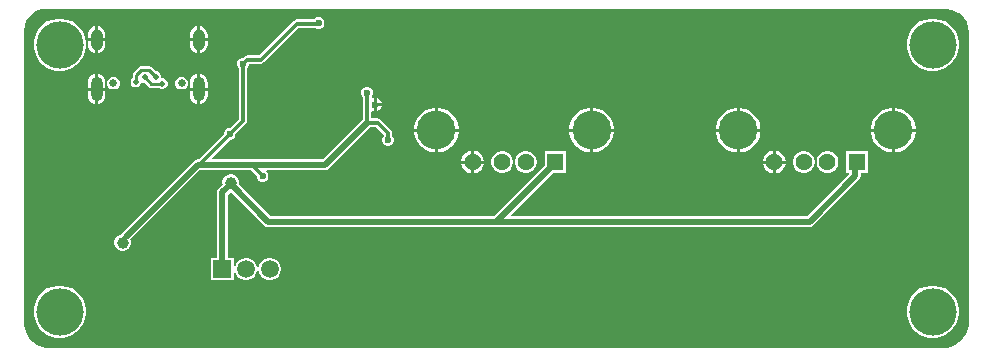
<source format=gbl>
G04*
G04 #@! TF.GenerationSoftware,Altium Limited,Altium Designer,23.5.1 (21)*
G04*
G04 Layer_Physical_Order=2*
G04 Layer_Color=16711680*
%FSLAX44Y44*%
%MOMM*%
G71*
G04*
G04 #@! TF.SameCoordinates,10AFCB3B-55C8-42C2-B7EA-D5DD10926C34*
G04*
G04*
G04 #@! TF.FilePolarity,Positive*
G04*
G01*
G75*
%ADD13C,0.2540*%
%ADD50C,0.6500*%
G04:AMPARAMS|DCode=51|XSize=1mm|YSize=2.1mm|CornerRadius=0.5mm|HoleSize=0mm|Usage=FLASHONLY|Rotation=180.000|XOffset=0mm|YOffset=0mm|HoleType=Round|Shape=RoundedRectangle|*
%AMROUNDEDRECTD51*
21,1,1.0000,1.1000,0,0,180.0*
21,1,0.0000,2.1000,0,0,180.0*
1,1,1.0000,0.0000,0.5500*
1,1,1.0000,0.0000,0.5500*
1,1,1.0000,0.0000,-0.5500*
1,1,1.0000,0.0000,-0.5500*
%
%ADD51ROUNDEDRECTD51*%
G04:AMPARAMS|DCode=52|XSize=1mm|YSize=1.8mm|CornerRadius=0.5mm|HoleSize=0mm|Usage=FLASHONLY|Rotation=180.000|XOffset=0mm|YOffset=0mm|HoleType=Round|Shape=RoundedRectangle|*
%AMROUNDEDRECTD52*
21,1,1.0000,0.8000,0,0,180.0*
21,1,0.0000,1.8000,0,0,180.0*
1,1,1.0000,0.0000,0.4000*
1,1,1.0000,0.0000,0.4000*
1,1,1.0000,0.0000,-0.4000*
1,1,1.0000,0.0000,-0.4000*
%
%ADD52ROUNDEDRECTD52*%
%ADD57C,0.5000*%
%ADD58C,0.3000*%
%ADD64R,1.4280X1.4280*%
%ADD65C,1.4280*%
%ADD66C,3.2760*%
%ADD67C,1.5000*%
%ADD68R,1.5000X1.5000*%
%ADD69C,4.0000*%
%ADD70C,0.6000*%
%ADD71C,1.0000*%
%ADD72C,0.5000*%
G36*
X974090Y1273810D02*
X976179Y1273770D01*
X980261Y1272876D01*
X984091Y1271204D01*
X987520Y1268816D01*
X990418Y1265805D01*
X992673Y1262287D01*
X994198Y1258396D01*
X994934Y1254283D01*
X994894Y1252194D01*
X994894Y1252194D01*
X994894Y1252194D01*
X994410Y1008380D01*
X994410Y1006254D01*
X993580Y1002082D01*
X991953Y998153D01*
X989590Y994617D01*
X986583Y991610D01*
X983047Y989247D01*
X979118Y987619D01*
X974946Y986790D01*
X972820Y986790D01*
X215900D01*
X213773Y986790D01*
X209602Y987620D01*
X205673Y989247D01*
X202137Y991610D01*
X199130Y994617D01*
X196767Y998153D01*
X195140Y1002082D01*
X194310Y1006254D01*
X194310Y1008380D01*
Y1253490D01*
Y1255491D01*
X195091Y1259417D01*
X196623Y1263115D01*
X198846Y1266443D01*
X201677Y1269273D01*
X205005Y1271497D01*
X208703Y1273029D01*
X212629Y1273810D01*
X214630D01*
X974090Y1273810D01*
D02*
G37*
%LPC*%
G36*
X445025Y1266220D02*
X443035D01*
X441198Y1265459D01*
X440347Y1264608D01*
X425379D01*
X424014Y1264336D01*
X422856Y1263563D01*
X393492Y1234199D01*
X383710D01*
X382344Y1233927D01*
X381187Y1233153D01*
X380043Y1232010D01*
X379095D01*
X377258Y1231249D01*
X375851Y1229842D01*
X375090Y1228005D01*
Y1226015D01*
X375851Y1224178D01*
X376521Y1223508D01*
Y1180228D01*
X368613Y1172320D01*
X367665D01*
X365828Y1171559D01*
X364421Y1170152D01*
X363660Y1168315D01*
Y1167367D01*
X342497Y1146204D01*
X342350Y1146175D01*
X341630Y1146318D01*
X339874Y1145969D01*
X338386Y1144974D01*
X277333Y1083922D01*
X276358Y1082462D01*
X275428Y1082213D01*
X273832Y1081291D01*
X272529Y1079988D01*
X271607Y1078392D01*
X271130Y1076612D01*
Y1074768D01*
X271607Y1072988D01*
X272529Y1071392D01*
X273832Y1070089D01*
X275428Y1069167D01*
X277208Y1068690D01*
X279052D01*
X280832Y1069167D01*
X282428Y1070089D01*
X283731Y1071392D01*
X284653Y1072988D01*
X285130Y1074768D01*
Y1076612D01*
X284680Y1078291D01*
X343531Y1137142D01*
X386503D01*
X391600Y1132045D01*
Y1130766D01*
X392361Y1128928D01*
X393768Y1127521D01*
X395605Y1126760D01*
X397595D01*
X399432Y1127521D01*
X400839Y1128928D01*
X401600Y1130766D01*
Y1132755D01*
X400839Y1134592D01*
X399559Y1135872D01*
X399643Y1136466D01*
X399949Y1137142D01*
X449580D01*
X451336Y1137491D01*
X452824Y1138486D01*
X488060Y1173721D01*
X492552D01*
X499351Y1166922D01*
Y1166061D01*
X498681Y1165390D01*
X497920Y1163553D01*
Y1161564D01*
X498681Y1159726D01*
X500088Y1158319D01*
X501925Y1157558D01*
X503915D01*
X505752Y1158319D01*
X507159Y1159726D01*
X507920Y1161564D01*
Y1163553D01*
X507159Y1165390D01*
X506489Y1166061D01*
Y1168400D01*
X506217Y1169766D01*
X505443Y1170923D01*
X496553Y1179813D01*
X495396Y1180587D01*
X494030Y1180859D01*
X488709D01*
Y1186597D01*
X489979Y1187445D01*
X490910Y1187060D01*
Y1192530D01*
Y1198000D01*
X490327Y1197759D01*
X489186Y1198481D01*
X489102Y1199581D01*
X489379Y1199858D01*
X490140Y1201695D01*
Y1203685D01*
X489379Y1205522D01*
X487972Y1206929D01*
X486135Y1207690D01*
X484145D01*
X482308Y1206929D01*
X480901Y1205522D01*
X480140Y1203685D01*
Y1201695D01*
X480901Y1199858D01*
X481571Y1199187D01*
Y1180210D01*
X447679Y1146318D01*
X354364D01*
X353878Y1147492D01*
X368707Y1162320D01*
X369655D01*
X371492Y1163081D01*
X372899Y1164488D01*
X373660Y1166326D01*
Y1167273D01*
X382613Y1176227D01*
X383387Y1177384D01*
X383659Y1178750D01*
Y1223508D01*
X384329Y1224178D01*
X385090Y1226015D01*
Y1226963D01*
X385188Y1227061D01*
X394970D01*
X396336Y1227333D01*
X397493Y1228107D01*
X426858Y1257471D01*
X440708D01*
X441198Y1256981D01*
X443035Y1256220D01*
X445025D01*
X446862Y1256981D01*
X448269Y1258388D01*
X449030Y1260225D01*
Y1262215D01*
X448269Y1264052D01*
X446862Y1265459D01*
X445025Y1266220D01*
D02*
G37*
G36*
X343672Y1258747D02*
Y1248579D01*
X350007D01*
Y1251309D01*
X349748Y1253278D01*
X348988Y1255112D01*
X347779Y1256687D01*
X346204Y1257895D01*
X344370Y1258655D01*
X343672Y1258747D01*
D02*
G37*
G36*
X257272D02*
Y1248579D01*
X263607D01*
Y1251309D01*
X263348Y1253278D01*
X262588Y1255112D01*
X261379Y1256687D01*
X259804Y1257895D01*
X257970Y1258655D01*
X257272Y1258747D01*
D02*
G37*
G36*
X341132D02*
X340434Y1258655D01*
X338599Y1257895D01*
X337024Y1256687D01*
X335816Y1255112D01*
X335056Y1253278D01*
X334797Y1251309D01*
Y1248579D01*
X341132D01*
Y1258747D01*
D02*
G37*
G36*
X254732D02*
X254034Y1258655D01*
X252199Y1257895D01*
X250624Y1256687D01*
X249416Y1255112D01*
X248656Y1253278D01*
X248397Y1251309D01*
Y1248579D01*
X254732D01*
Y1258747D01*
D02*
G37*
G36*
X350007Y1246039D02*
X343672D01*
Y1235871D01*
X344370Y1235963D01*
X346204Y1236723D01*
X347779Y1237932D01*
X348988Y1239507D01*
X349748Y1241341D01*
X350007Y1243309D01*
Y1246039D01*
D02*
G37*
G36*
X263607D02*
X257272D01*
Y1235871D01*
X257970Y1235963D01*
X259804Y1236723D01*
X261379Y1237932D01*
X262588Y1239507D01*
X263348Y1241341D01*
X263607Y1243309D01*
Y1246039D01*
D02*
G37*
G36*
X341132D02*
X334797D01*
Y1243309D01*
X335056Y1241341D01*
X335816Y1239507D01*
X337024Y1237932D01*
X338599Y1236723D01*
X340434Y1235963D01*
X341132Y1235871D01*
Y1246039D01*
D02*
G37*
G36*
X254732D02*
X248397D01*
Y1243309D01*
X248656Y1241341D01*
X249416Y1239507D01*
X250624Y1237932D01*
X252199Y1236723D01*
X254034Y1235963D01*
X254732Y1235871D01*
Y1246039D01*
D02*
G37*
G36*
X966097Y1265330D02*
X961763D01*
X957513Y1264484D01*
X953509Y1262826D01*
X949906Y1260418D01*
X946842Y1257354D01*
X944434Y1253751D01*
X942775Y1249747D01*
X941930Y1245497D01*
Y1241163D01*
X942775Y1236913D01*
X944434Y1232909D01*
X946842Y1229306D01*
X949906Y1226242D01*
X953509Y1223834D01*
X957513Y1222176D01*
X961763Y1221330D01*
X966097D01*
X970347Y1222176D01*
X974351Y1223834D01*
X977954Y1226242D01*
X981019Y1229306D01*
X983426Y1232909D01*
X985085Y1236913D01*
X985930Y1241163D01*
Y1245497D01*
X985085Y1249747D01*
X983426Y1253751D01*
X981019Y1257354D01*
X977954Y1260418D01*
X974351Y1262826D01*
X970347Y1264484D01*
X966097Y1265330D01*
D02*
G37*
G36*
X226957D02*
X222623D01*
X218373Y1264484D01*
X214369Y1262826D01*
X210766Y1260418D01*
X207701Y1257354D01*
X205294Y1253751D01*
X203636Y1249747D01*
X202790Y1245497D01*
Y1241163D01*
X203636Y1236913D01*
X205294Y1232909D01*
X207701Y1229306D01*
X210766Y1226242D01*
X214369Y1223834D01*
X218373Y1222176D01*
X222623Y1221330D01*
X226957D01*
X231207Y1222176D01*
X235211Y1223834D01*
X238814Y1226242D01*
X241879Y1229306D01*
X244286Y1232909D01*
X245944Y1236913D01*
X246790Y1241163D01*
Y1245497D01*
X245944Y1249747D01*
X244286Y1253751D01*
X241879Y1257354D01*
X238814Y1260418D01*
X235211Y1262826D01*
X231207Y1264484D01*
X226957Y1265330D01*
D02*
G37*
G36*
X343672Y1218447D02*
Y1206779D01*
X350007D01*
Y1211009D01*
X349748Y1212978D01*
X348988Y1214812D01*
X347779Y1216387D01*
X346204Y1217595D01*
X344370Y1218355D01*
X343672Y1218447D01*
D02*
G37*
G36*
X257272D02*
Y1206779D01*
X263607D01*
Y1211009D01*
X263348Y1212978D01*
X262588Y1214812D01*
X261379Y1216387D01*
X259804Y1217595D01*
X257970Y1218355D01*
X257272Y1218447D01*
D02*
G37*
G36*
X341132D02*
X340434Y1218355D01*
X338599Y1217595D01*
X337024Y1216387D01*
X335816Y1214812D01*
X335056Y1212978D01*
X334797Y1211009D01*
Y1206779D01*
X341132D01*
Y1218447D01*
D02*
G37*
G36*
X254732D02*
X254034Y1218355D01*
X252199Y1217595D01*
X250624Y1216387D01*
X249416Y1214812D01*
X248656Y1212978D01*
X248397Y1211009D01*
Y1206779D01*
X254732D01*
Y1218447D01*
D02*
G37*
G36*
X300132Y1225169D02*
X294067D01*
X292791Y1224915D01*
X291709Y1224192D01*
X287465Y1219948D01*
X286742Y1218866D01*
X286488Y1217590D01*
Y1215075D01*
X285537Y1214124D01*
X284851Y1212470D01*
Y1210680D01*
X285537Y1209026D01*
X286803Y1207760D01*
X288456Y1207075D01*
X290247D01*
X291901Y1207760D01*
X293166Y1209026D01*
X293852Y1210679D01*
X295121Y1211300D01*
X295785Y1211025D01*
X296465D01*
X300166Y1207323D01*
X301248Y1206601D01*
X302524Y1206347D01*
X309389D01*
X310871Y1205733D01*
X312661D01*
X314315Y1206418D01*
X315581Y1207684D01*
X316266Y1209338D01*
Y1211128D01*
X315581Y1212782D01*
X314315Y1214048D01*
X312661Y1214733D01*
X311649D01*
X310781Y1215002D01*
X310476Y1215906D01*
Y1216886D01*
X309791Y1218540D01*
X308525Y1219806D01*
X306871Y1220491D01*
X306191D01*
X302489Y1224192D01*
X301408Y1224915D01*
X300132Y1225169D01*
D02*
G37*
G36*
X329146Y1215759D02*
X327057D01*
X325128Y1214960D01*
X323651Y1213483D01*
X322852Y1211553D01*
Y1209465D01*
X323651Y1207535D01*
X325128Y1206058D01*
X327057Y1205259D01*
X329146D01*
X331076Y1206058D01*
X332552Y1207535D01*
X333352Y1209465D01*
Y1211553D01*
X332552Y1213483D01*
X331076Y1214960D01*
X329146Y1215759D01*
D02*
G37*
G36*
X271346D02*
X269258D01*
X267328Y1214960D01*
X265851Y1213483D01*
X265052Y1211553D01*
Y1209465D01*
X265851Y1207535D01*
X267328Y1206058D01*
X269258Y1205259D01*
X271346D01*
X273276Y1206058D01*
X274753Y1207535D01*
X275552Y1209465D01*
Y1211553D01*
X274753Y1213483D01*
X273276Y1214960D01*
X271346Y1215759D01*
D02*
G37*
G36*
X493450Y1198000D02*
Y1193800D01*
X497650D01*
X496877Y1195668D01*
X495318Y1197227D01*
X493450Y1198000D01*
D02*
G37*
G36*
X350007Y1204239D02*
X343672D01*
Y1192571D01*
X344370Y1192663D01*
X346204Y1193423D01*
X347779Y1194632D01*
X348988Y1196207D01*
X349748Y1198041D01*
X350007Y1200009D01*
Y1204239D01*
D02*
G37*
G36*
X263607D02*
X257272D01*
Y1192571D01*
X257970Y1192663D01*
X259804Y1193423D01*
X261379Y1194632D01*
X262588Y1196207D01*
X263348Y1198041D01*
X263607Y1200009D01*
Y1204239D01*
D02*
G37*
G36*
X341132D02*
X334797D01*
Y1200009D01*
X335056Y1198041D01*
X335816Y1196207D01*
X337024Y1194632D01*
X338599Y1193423D01*
X340434Y1192663D01*
X341132Y1192571D01*
Y1204239D01*
D02*
G37*
G36*
X254732D02*
X248397D01*
Y1200009D01*
X248656Y1198041D01*
X249416Y1196207D01*
X250624Y1194632D01*
X252199Y1193423D01*
X254034Y1192663D01*
X254732Y1192571D01*
Y1204239D01*
D02*
G37*
G36*
X497650Y1191260D02*
X493450D01*
Y1187060D01*
X495318Y1187833D01*
X496877Y1189392D01*
X497650Y1191260D01*
D02*
G37*
G36*
X932433Y1189860D02*
X931840D01*
Y1172210D01*
X949490D01*
Y1172803D01*
X948763Y1176459D01*
X947337Y1179902D01*
X945266Y1183001D01*
X942631Y1185636D01*
X939532Y1187707D01*
X936089Y1189133D01*
X932433Y1189860D01*
D02*
G37*
G36*
X801033D02*
X800440D01*
Y1172210D01*
X818090D01*
Y1172803D01*
X817363Y1176459D01*
X815937Y1179902D01*
X813866Y1183001D01*
X811231Y1185636D01*
X808132Y1187707D01*
X804689Y1189133D01*
X801033Y1189860D01*
D02*
G37*
G36*
X677023D02*
X676430D01*
Y1172210D01*
X694080D01*
Y1172803D01*
X693353Y1176459D01*
X691927Y1179902D01*
X689856Y1183001D01*
X687221Y1185636D01*
X684122Y1187707D01*
X680679Y1189133D01*
X677023Y1189860D01*
D02*
G37*
G36*
X545623D02*
X545030D01*
Y1172210D01*
X562680D01*
Y1172803D01*
X561953Y1176459D01*
X560527Y1179902D01*
X558456Y1183001D01*
X555821Y1185636D01*
X552722Y1187707D01*
X549279Y1189133D01*
X545623Y1189860D01*
D02*
G37*
G36*
X797900D02*
X797307D01*
X793651Y1189133D01*
X790208Y1187707D01*
X787109Y1185636D01*
X784474Y1183001D01*
X782403Y1179902D01*
X780977Y1176459D01*
X780250Y1172803D01*
Y1172210D01*
X797900D01*
Y1189860D01*
D02*
G37*
G36*
X673890D02*
X673297D01*
X669641Y1189133D01*
X666198Y1187707D01*
X663099Y1185636D01*
X660464Y1183001D01*
X658393Y1179902D01*
X656967Y1176459D01*
X656240Y1172803D01*
Y1172210D01*
X673890D01*
Y1189860D01*
D02*
G37*
G36*
X542490D02*
X541897D01*
X538241Y1189133D01*
X534798Y1187707D01*
X531699Y1185636D01*
X529064Y1183001D01*
X526993Y1179902D01*
X525567Y1176459D01*
X524840Y1172803D01*
Y1172210D01*
X542490D01*
Y1189860D01*
D02*
G37*
G36*
X929300D02*
X928707D01*
X925051Y1189133D01*
X921608Y1187707D01*
X918509Y1185636D01*
X915874Y1183001D01*
X913803Y1179902D01*
X912377Y1176459D01*
X911650Y1172803D01*
Y1172210D01*
X929300D01*
Y1189860D01*
D02*
G37*
G36*
X949490Y1169670D02*
X931840D01*
Y1152020D01*
X932433D01*
X936089Y1152747D01*
X939532Y1154173D01*
X942631Y1156244D01*
X945266Y1158879D01*
X947337Y1161978D01*
X948763Y1165421D01*
X949490Y1169077D01*
Y1169670D01*
D02*
G37*
G36*
X929300D02*
X911650D01*
Y1169077D01*
X912377Y1165421D01*
X913803Y1161978D01*
X915874Y1158879D01*
X918509Y1156244D01*
X921608Y1154173D01*
X925051Y1152747D01*
X928707Y1152020D01*
X929300D01*
Y1169670D01*
D02*
G37*
G36*
X818090D02*
X800440D01*
Y1152020D01*
X801033D01*
X804689Y1152747D01*
X808132Y1154173D01*
X811231Y1156244D01*
X813866Y1158879D01*
X815937Y1161978D01*
X817363Y1165421D01*
X818090Y1169077D01*
Y1169670D01*
D02*
G37*
G36*
X797900D02*
X780250D01*
Y1169077D01*
X780977Y1165421D01*
X782403Y1161978D01*
X784474Y1158879D01*
X787109Y1156244D01*
X790208Y1154173D01*
X793651Y1152747D01*
X797307Y1152020D01*
X797900D01*
Y1169670D01*
D02*
G37*
G36*
X694080D02*
X676430D01*
Y1152020D01*
X677023D01*
X680679Y1152747D01*
X684122Y1154173D01*
X687221Y1156244D01*
X689856Y1158879D01*
X691927Y1161978D01*
X693353Y1165421D01*
X694080Y1169077D01*
Y1169670D01*
D02*
G37*
G36*
X673890D02*
X656240D01*
Y1169077D01*
X656967Y1165421D01*
X658393Y1161978D01*
X660464Y1158879D01*
X663099Y1156244D01*
X666198Y1154173D01*
X669641Y1152747D01*
X673297Y1152020D01*
X673890D01*
Y1169670D01*
D02*
G37*
G36*
X562680D02*
X545030D01*
Y1152020D01*
X545623D01*
X549279Y1152747D01*
X552722Y1154173D01*
X555821Y1156244D01*
X558456Y1158879D01*
X560527Y1161978D01*
X561953Y1165421D01*
X562680Y1169077D01*
Y1169670D01*
D02*
G37*
G36*
X542490D02*
X524840D01*
Y1169077D01*
X525567Y1165421D01*
X526993Y1161978D01*
X529064Y1158879D01*
X531699Y1156244D01*
X534798Y1154173D01*
X538241Y1152747D01*
X541897Y1152020D01*
X542490D01*
Y1169670D01*
D02*
G37*
G36*
X831144Y1153520D02*
X831140D01*
Y1145110D01*
X839550D01*
Y1145114D01*
X838890Y1147576D01*
X837616Y1149784D01*
X835814Y1151586D01*
X833606Y1152860D01*
X831144Y1153520D01*
D02*
G37*
G36*
X575734D02*
X575730D01*
Y1145110D01*
X584140D01*
Y1145114D01*
X583480Y1147576D01*
X582206Y1149784D01*
X580404Y1151586D01*
X578196Y1152860D01*
X575734Y1153520D01*
D02*
G37*
G36*
X828600D02*
X828596D01*
X826134Y1152860D01*
X823926Y1151586D01*
X822124Y1149784D01*
X820850Y1147576D01*
X820190Y1145114D01*
Y1145110D01*
X828600D01*
Y1153520D01*
D02*
G37*
G36*
X573190D02*
X573186D01*
X570724Y1152860D01*
X568516Y1151586D01*
X566714Y1149784D01*
X565440Y1147576D01*
X564780Y1145114D01*
Y1145110D01*
X573190D01*
Y1153520D01*
D02*
G37*
G36*
X876073Y1152980D02*
X873667D01*
X871342Y1152357D01*
X869258Y1151154D01*
X867556Y1149452D01*
X866353Y1147368D01*
X865730Y1145043D01*
Y1142637D01*
X866353Y1140312D01*
X867556Y1138228D01*
X869258Y1136526D01*
X871342Y1135323D01*
X873667Y1134700D01*
X876073D01*
X878398Y1135323D01*
X880482Y1136526D01*
X882184Y1138228D01*
X883387Y1140312D01*
X884010Y1142637D01*
Y1145043D01*
X883387Y1147368D01*
X882184Y1149452D01*
X880482Y1151154D01*
X878398Y1152357D01*
X876073Y1152980D01*
D02*
G37*
G36*
X856073D02*
X853667D01*
X851342Y1152357D01*
X849258Y1151154D01*
X847556Y1149452D01*
X846353Y1147368D01*
X845730Y1145043D01*
Y1142637D01*
X846353Y1140312D01*
X847556Y1138228D01*
X849258Y1136526D01*
X851342Y1135323D01*
X853667Y1134700D01*
X856073D01*
X858398Y1135323D01*
X860482Y1136526D01*
X862184Y1138228D01*
X863387Y1140312D01*
X864010Y1142637D01*
Y1145043D01*
X863387Y1147368D01*
X862184Y1149452D01*
X860482Y1151154D01*
X858398Y1152357D01*
X856073Y1152980D01*
D02*
G37*
G36*
X620663D02*
X618257D01*
X615932Y1152357D01*
X613848Y1151154D01*
X612146Y1149452D01*
X610943Y1147368D01*
X610320Y1145043D01*
Y1142637D01*
X610943Y1140312D01*
X612146Y1138228D01*
X613848Y1136526D01*
X615932Y1135323D01*
X618257Y1134700D01*
X620663D01*
X622988Y1135323D01*
X625072Y1136526D01*
X626774Y1138228D01*
X627977Y1140312D01*
X628600Y1142637D01*
Y1145043D01*
X627977Y1147368D01*
X626774Y1149452D01*
X625072Y1151154D01*
X622988Y1152357D01*
X620663Y1152980D01*
D02*
G37*
G36*
X600663D02*
X598257D01*
X595932Y1152357D01*
X593848Y1151154D01*
X592146Y1149452D01*
X590943Y1147368D01*
X590320Y1145043D01*
Y1142637D01*
X590943Y1140312D01*
X592146Y1138228D01*
X593848Y1136526D01*
X595932Y1135323D01*
X598257Y1134700D01*
X600663D01*
X602988Y1135323D01*
X605072Y1136526D01*
X606774Y1138228D01*
X607977Y1140312D01*
X608600Y1142637D01*
Y1145043D01*
X607977Y1147368D01*
X606774Y1149452D01*
X605072Y1151154D01*
X602988Y1152357D01*
X600663Y1152980D01*
D02*
G37*
G36*
X839550Y1142570D02*
X831140D01*
Y1134160D01*
X831144D01*
X833606Y1134820D01*
X835814Y1136094D01*
X837616Y1137896D01*
X838890Y1140104D01*
X839550Y1142566D01*
Y1142570D01*
D02*
G37*
G36*
X828600D02*
X820190D01*
Y1142566D01*
X820850Y1140104D01*
X822124Y1137896D01*
X823926Y1136094D01*
X826134Y1134820D01*
X828596Y1134160D01*
X828600D01*
Y1142570D01*
D02*
G37*
G36*
X584140D02*
X575730D01*
Y1134160D01*
X575734D01*
X578196Y1134820D01*
X580404Y1136094D01*
X582206Y1137896D01*
X583480Y1140104D01*
X584140Y1142566D01*
Y1142570D01*
D02*
G37*
G36*
X573190D02*
X564780D01*
Y1142566D01*
X565440Y1140104D01*
X566714Y1137896D01*
X568516Y1136094D01*
X570724Y1134820D01*
X573186Y1134160D01*
X573190D01*
Y1142570D01*
D02*
G37*
G36*
X909010Y1152980D02*
X890730D01*
Y1134700D01*
X892735D01*
X893261Y1133430D01*
X857889Y1098058D01*
X607096D01*
X606610Y1099231D01*
X642079Y1134700D01*
X653600D01*
Y1152980D01*
X635320D01*
Y1140919D01*
X592459Y1098058D01*
X403138D01*
X376371Y1124825D01*
X376570Y1125568D01*
Y1127412D01*
X376093Y1129192D01*
X375171Y1130788D01*
X373868Y1132091D01*
X372272Y1133013D01*
X370492Y1133490D01*
X368648D01*
X366868Y1133013D01*
X365272Y1132091D01*
X363969Y1130788D01*
X363047Y1129192D01*
X362570Y1127412D01*
Y1125568D01*
X362769Y1124825D01*
X359346Y1121401D01*
X358351Y1119913D01*
X358002Y1118157D01*
Y1062760D01*
X353090D01*
Y1043760D01*
X372090D01*
Y1050835D01*
X373360Y1051002D01*
X373737Y1049593D01*
X374988Y1047427D01*
X376757Y1045658D01*
X378923Y1044408D01*
X381339Y1043760D01*
X383841D01*
X386257Y1044408D01*
X388423Y1045658D01*
X390192Y1047427D01*
X391442Y1049593D01*
X391933Y1051422D01*
X393247D01*
X393737Y1049593D01*
X394988Y1047427D01*
X396757Y1045658D01*
X398923Y1044408D01*
X401339Y1043760D01*
X403841D01*
X406257Y1044408D01*
X408423Y1045658D01*
X410192Y1047427D01*
X411443Y1049593D01*
X412090Y1052009D01*
Y1054511D01*
X411443Y1056927D01*
X410192Y1059093D01*
X408423Y1060862D01*
X406257Y1062113D01*
X403841Y1062760D01*
X401339D01*
X398923Y1062113D01*
X396757Y1060862D01*
X394988Y1059093D01*
X393737Y1056927D01*
X393247Y1055098D01*
X391933D01*
X391442Y1056927D01*
X390192Y1059093D01*
X388423Y1060862D01*
X386257Y1062113D01*
X383841Y1062760D01*
X381339D01*
X378923Y1062113D01*
X376757Y1060862D01*
X374988Y1059093D01*
X373737Y1056927D01*
X373360Y1055518D01*
X372090Y1055685D01*
Y1062760D01*
X367178D01*
Y1116256D01*
X369570Y1118648D01*
X397993Y1090226D01*
X399481Y1089231D01*
X401237Y1088882D01*
X859790D01*
X861546Y1089231D01*
X863034Y1090226D01*
X901693Y1128885D01*
X902688Y1130373D01*
X903037Y1132129D01*
Y1134700D01*
X909010D01*
Y1152980D01*
D02*
G37*
G36*
X966097Y1039270D02*
X961763D01*
X957513Y1038425D01*
X953509Y1036766D01*
X949906Y1034359D01*
X946842Y1031294D01*
X944434Y1027691D01*
X942775Y1023687D01*
X941930Y1019437D01*
Y1015103D01*
X942775Y1010853D01*
X944434Y1006849D01*
X946842Y1003246D01*
X949906Y1000182D01*
X953509Y997774D01*
X957513Y996115D01*
X961763Y995270D01*
X966097D01*
X970347Y996115D01*
X974351Y997774D01*
X977954Y1000182D01*
X981019Y1003246D01*
X983426Y1006849D01*
X985085Y1010853D01*
X985930Y1015103D01*
Y1019437D01*
X985085Y1023687D01*
X983426Y1027691D01*
X981019Y1031294D01*
X977954Y1034359D01*
X974351Y1036766D01*
X970347Y1038425D01*
X966097Y1039270D01*
D02*
G37*
G36*
X226957D02*
X222623D01*
X218373Y1038425D01*
X214369Y1036766D01*
X210766Y1034359D01*
X207701Y1031294D01*
X205294Y1027691D01*
X203636Y1023687D01*
X202790Y1019437D01*
Y1015103D01*
X203636Y1010853D01*
X205294Y1006849D01*
X207701Y1003246D01*
X210766Y1000182D01*
X214369Y997774D01*
X218373Y996115D01*
X222623Y995270D01*
X226957D01*
X231207Y996115D01*
X235211Y997774D01*
X238814Y1000182D01*
X241879Y1003246D01*
X244286Y1006849D01*
X245944Y1010853D01*
X246790Y1015103D01*
Y1019437D01*
X245944Y1023687D01*
X244286Y1027691D01*
X241879Y1031294D01*
X238814Y1034359D01*
X235211Y1036766D01*
X231207Y1038425D01*
X226957Y1039270D01*
D02*
G37*
%LPD*%
D13*
X387350Y1141010D02*
X396600Y1131760D01*
X387350Y1141010D02*
Y1141730D01*
X294067Y1221835D02*
X300132D01*
X305976Y1215991D01*
X289822Y1217590D02*
X294067Y1221835D01*
X289822Y1212045D02*
Y1217590D01*
X289352Y1211575D02*
X289822Y1212045D01*
X310549Y1209681D02*
X311101Y1210233D01*
X311766D01*
X302524Y1209681D02*
X310549D01*
X296680Y1215525D02*
X302524Y1209681D01*
D50*
X270302Y1210509D02*
D03*
X328102D02*
D03*
D51*
X256002Y1205509D02*
D03*
X342402D02*
D03*
D52*
X256002Y1247309D02*
D03*
X342402D02*
D03*
D57*
X387350Y1141730D02*
X449580D01*
X343070D02*
X387350D01*
X449580D02*
X485140Y1177290D01*
X594360Y1093470D02*
X859790D01*
X401237D02*
X594360D01*
X641397Y1140778D02*
X641667D01*
X639820Y1139200D02*
X641397Y1140778D01*
X639820Y1138930D02*
Y1139200D01*
X594360Y1093470D02*
X639820Y1138930D01*
X898449Y1142419D02*
X899870Y1143840D01*
X898449Y1132129D02*
Y1142419D01*
X859790Y1093470D02*
X898449Y1132129D01*
X280578Y1080677D02*
X341630Y1141730D01*
X369570Y1125137D02*
X401237Y1093470D01*
X362590Y1053260D02*
Y1118157D01*
X369570Y1125137D01*
Y1126490D01*
D58*
X343070Y1141730D02*
X368660Y1167320D01*
X341630Y1141730D02*
X343070D01*
X485140Y1177290D02*
X494030D01*
X502920Y1162558D02*
Y1168400D01*
X494030Y1177290D02*
X502920Y1168400D01*
X425379Y1261040D02*
X443849D01*
X383710Y1230630D02*
X394970D01*
X425379Y1261040D01*
X380090Y1227010D02*
X383710Y1230630D01*
X485140Y1177290D02*
Y1202690D01*
X278130Y1075690D02*
Y1077584D01*
X280578Y1080032D01*
Y1080677D01*
X443849Y1261040D02*
X444030Y1261220D01*
X368660Y1167320D02*
X380090Y1178750D01*
Y1227010D01*
D64*
X644460Y1143840D02*
D03*
X899870D02*
D03*
D65*
X619460D02*
D03*
X599460D02*
D03*
X574460D02*
D03*
X829870D02*
D03*
X854870D02*
D03*
X874870D02*
D03*
D66*
X675160Y1170940D02*
D03*
X543760D02*
D03*
X799170D02*
D03*
X930570D02*
D03*
D67*
X422590Y1053260D02*
D03*
X382590D02*
D03*
X402590D02*
D03*
D68*
X362590D02*
D03*
D69*
X963930Y1243330D02*
D03*
Y1017270D02*
D03*
X224790D02*
D03*
Y1243330D02*
D03*
D70*
X491490Y1163290D02*
D03*
X502920Y1162558D02*
D03*
X509270Y1135380D02*
D03*
X485140Y1123950D02*
D03*
X476250Y1115060D02*
D03*
X477520Y1102360D02*
D03*
X419100Y1107440D02*
D03*
X509270Y1150620D02*
D03*
X324143Y1156244D02*
D03*
X397517Y1122687D02*
D03*
X331336Y1185044D02*
D03*
X326390Y1177290D02*
D03*
X266730Y1188690D02*
D03*
X275390Y1174610D02*
D03*
X358140Y1192530D02*
D03*
X369570Y1206500D02*
D03*
X391160Y1252220D02*
D03*
X435719Y1247031D02*
D03*
X421695Y1247146D02*
D03*
X452120Y1247140D02*
D03*
X502920Y1238250D02*
D03*
X492760D02*
D03*
X482600D02*
D03*
X753110Y1120140D02*
D03*
X742950D02*
D03*
X732790D02*
D03*
X485140Y1202690D02*
D03*
X302260Y1088390D02*
D03*
X312420D02*
D03*
X322580D02*
D03*
X334010Y1169670D02*
D03*
X339090Y1177290D02*
D03*
X492180Y1192530D02*
D03*
X446160Y1174910D02*
D03*
X444030Y1261220D02*
D03*
X443752Y1226959D02*
D03*
X418160Y1202910D02*
D03*
Y1188954D02*
D03*
X368660Y1167320D02*
D03*
X313690Y1017270D02*
D03*
X323850D02*
D03*
X380090Y1227010D02*
D03*
X432160Y1188910D02*
D03*
Y1174910D02*
D03*
X446160Y1188910D02*
D03*
Y1202910D02*
D03*
X432160D02*
D03*
X867410Y1071880D02*
D03*
X593090Y1078230D02*
D03*
X857250Y1071880D02*
D03*
X603250Y1078230D02*
D03*
X877570Y1071880D02*
D03*
X613410Y1078230D02*
D03*
X396600Y1131760D02*
D03*
X418160Y1174910D02*
D03*
X303530Y1017270D02*
D03*
D71*
X278130Y1075690D02*
D03*
X369570Y1126490D02*
D03*
D72*
X305976Y1215991D02*
D03*
X289352Y1211575D02*
D03*
X311766Y1210233D02*
D03*
X296680Y1215525D02*
D03*
M02*

</source>
